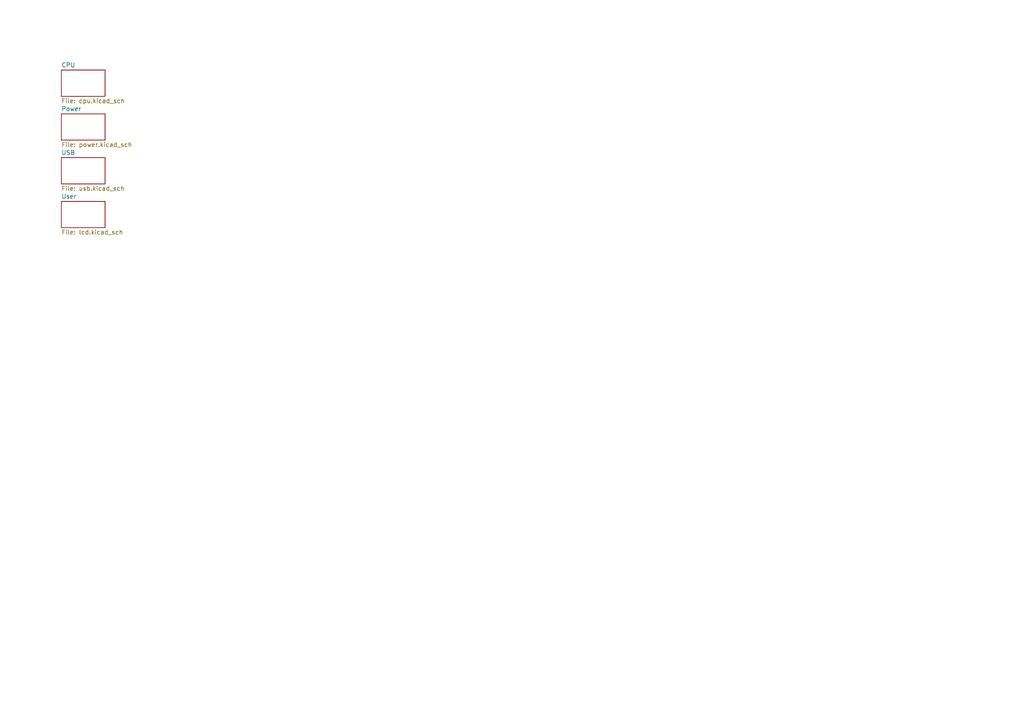
<source format=kicad_sch>
(kicad_sch (version 20230121) (generator eeschema)
  (paper "A4")
  (lib_symbols)
  (sheet (at 17.78 33.02) (size 12.7 7.62) (stroke (width 0.1524))
    (property "Sheetname" "Power" (at 17.78 32.3084 0) (effects (justify left bottom)))
    (property "Sheetfile" "power.kicad_sch" (at 17.78 41.2246 0) (effects (justify left top)))
  )
  (sheet (at 17.78 20.32) (size 12.7 7.62) (stroke (width 0.1524))
    (property "Sheetname" "CPU" (at 17.78 19.6084 0) (effects (justify left bottom)))
    (property "Sheetfile" "cpu.kicad_sch" (at 17.78 28.5246 0) (effects (justify left top)))
  )
  (sheet (at 17.78 45.72) (size 12.7 7.62) (stroke (width 0.1524))
    (property "Sheetname" "USB" (at 17.78 45.0084 0) (effects (justify left bottom)))
    (property "Sheetfile" "usb.kicad_sch" (at 17.78 53.9246 0) (effects (justify left top)))
  )
  (sheet (at 17.78 58.42) (size 12.7 7.62) (stroke (width 0.1524))
    (property "Sheetname" "User" (at 17.78 57.7084 0) (effects (justify left bottom)))
    (property "Sheetfile" "lcd.kicad_sch" (at 17.78 66.6246 0) (effects (justify left top)))
  )
)
</source>
